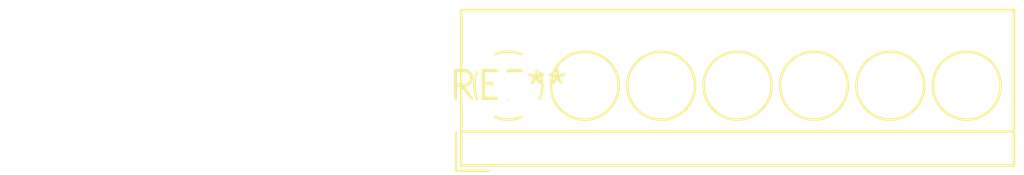
<source format=kicad_pcb>
(kicad_pcb (version 20240108) (generator pcbnew)
  (layers (0 "F.Cu" signal) (31 "B.Cu" signal) (34 "B.Paste" user) (35 "F.Paste" user) (36 "B.SilkS" user "B.Silkscreen") (37 "F.SilkS" user "F.Silkscreen") (38 "B.Mask" user) (39 "F.Mask" user) (44 "Edge.Cuts" user))
  (net 0 "")
  (footprint "TerminalBlock_4Ucon_1x07_P3.50mm_Horizontal" (layer "F.Cu") (at 0 0)
    (property "Reference" "REF**")
    (property "Value" "TerminalBlock_4Ucon_1x07_P3.50mm_Horizontal")
    (fp_line (start -2.4 2.16) (end -2.4 3.9) (layer "F.SilkS") (stroke (width 0.12)))
    (fp_line (start -2.4 3.9) (end -0.9 3.9) (layer "F.SilkS") (stroke (width 0.12)))
    (fp_line (start -2.16 -3.46) (end -2.16 3.66) (layer "F.SilkS") (stroke (width 0.12)))
    (fp_line (start -2.16 -3.46) (end 23.16 -3.46) (layer "F.SilkS") (stroke (width 0.12)))
    (fp_line (start -2.16 2.1) (end 23.16 2.1) (layer "F.SilkS") (stroke (width 0.12)))
    (fp_line (start -2.16 3.66) (end 23.16 3.66) (layer "F.SilkS") (stroke (width 0.12)))
    (fp_line (start 23.16 -3.46) (end 23.16 3.66) (layer "F.SilkS") (stroke (width 0.12)))
    (fp_arc (start -1.432109 0.607742) (mid -1.555727 -0.00014) (end -1.432 -0.608) (layer "F.SilkS") (stroke (width 0.12)))
    (fp_arc (start -0.607742 -1.432109) (mid 0.00014 -1.555727) (end 0.608 -1.432) (layer "F.SilkS") (stroke (width 0.12)))
    (fp_arc (start 0.027011 1.555493) (mid -0.296984 1.527118) (end -0.608 1.432) (layer "F.SilkS") (stroke (width 0.12)))
    (fp_arc (start 0.607587 1.431385) (mid 0.310017 1.523783) (end 0 1.555) (layer "F.SilkS") (stroke (width 0.12)))
    (fp_arc (start 1.432109 -0.607742) (mid 1.555727 0.00014) (end 1.432 0.608) (layer "F.SilkS") (stroke (width 0.12)))
    (fp_circle (center 3.5 0) (end 5.055 0) (layer "F.SilkS") (stroke (width 0.12)) (fill none))
    (fp_circle (center 7 0) (end 8.555 0) (layer "F.SilkS") (stroke (width 0.12)) (fill none))
    (fp_circle (center 10.5 0) (end 12.055 0) (layer "F.SilkS") (stroke (width 0.12)) (fill none))
    (fp_circle (center 14 0) (end 15.555 0) (layer "F.SilkS") (stroke (width 0.12)) (fill none))
    (fp_circle (center 17.5 0) (end 19.055 0) (layer "F.SilkS") (stroke (width 0.12)) (fill none))
    (fp_circle (center 21 0) (end 22.555 0) (layer "F.SilkS") (stroke (width 0.12)) (fill none))
    (pad "1" thru_hole rect (at 0 0) (size 2.4 2.4) (drill 1.2) (layers *.Cu *.Mask) (remove_unused_layers))
    (pad "2" thru_hole circle (at 3.5 0) (size 2.4 2.4) (drill 1.2) (layers *.Cu *.Mask) (remove_unused_layers))
    (pad "3" thru_hole circle (at 7 0) (size 2.4 2.4) (drill 1.2) (layers *.Cu *.Mask) (remove_unused_layers))
    (pad "4" thru_hole circle (at 10.5 0) (size 2.4 2.4) (drill 1.2) (layers *.Cu *.Mask) (remove_unused_layers))
    (pad "5" thru_hole circle (at 14 0) (size 2.4 2.4) (drill 1.2) (layers *.Cu *.Mask) (remove_unused_layers))
    (pad "6" thru_hole circle (at 17.5 0) (size 2.4 2.4) (drill 1.2) (layers *.Cu *.Mask) (remove_unused_layers))
    (pad "7" thru_hole circle (at 21 0) (size 2.4 2.4) (drill 1.2) (layers *.Cu *.Mask) (remove_unused_layers))
  )
)
</source>
